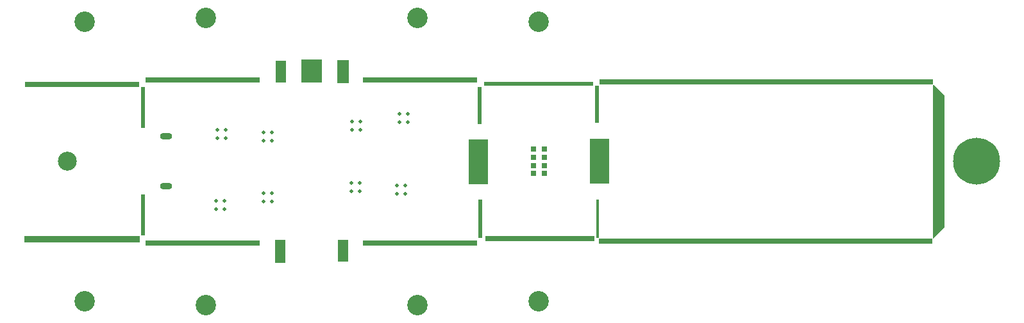
<source format=gbs>
%FSTAX25Y25*%
%MOIN*%
%SFA1B1*%

%IPPOS*%
%ADD43R,1.732178X0.030697*%
%ADD44R,0.100000X0.237586*%
%ADD45R,0.021008X0.201004*%
%ADD46R,0.019902X0.196118*%
%ADD48R,0.018531X0.196118*%
%ADD49R,0.016976X0.201004*%
%ADD50R,0.569708X0.031283*%
%ADD51R,0.567822X0.023850*%
%ADD52R,0.592979X0.031378*%
%ADD53R,0.601306X0.037791*%
%ADD54R,0.597554X0.027272*%
%ADD55R,0.597554X0.028732*%
%ADD56R,0.597554X0.027567*%
%ADD57R,0.597554X0.029276*%
%ADD58R,0.019858X0.212523*%
%ADD59R,0.022839X0.215515*%
%ADD81C,0.098425*%
%ADD82C,0.244094*%
%ADD83C,0.106299*%
%ADD84O,0.062992X0.035433*%
%ADD85C,0.019685*%
%ADD99R,0.027559X0.028543*%
%ADD100R,0.054504X0.124122*%
%ADD101R,0.059350X0.120153*%
%ADD102R,0.057968X0.117031*%
%ADD103R,0.054504X0.116421*%
%ADD104R,0.107547X0.118909*%
%LNpcb1-1*%
%LPD*%
G36*
X087637Y0612102D02*
Y0543482D01*
X0876417Y0543435*
X0870667Y0537685*
X0870167Y0537892*
Y0617651*
X0870629Y0617842*
X087637Y0612102*
G37*
G54D43*
X0783558Y0619287D03*
X0783411Y053622D03*
G54D44*
X0697Y0577901D03*
X0634Y0577605D03*
G54D45*
X0634949Y0547803D03*
G54D46*
X0634785Y060704D03*
G54D48*
X0695726Y0607456D03*
G54D49*
X069589Y0547805D03*
G54D50*
X0665865Y0537564D03*
G54D51*
X0665329Y0618307D03*
G54D52*
X0427851Y0618068D03*
G54D53*
X0428065Y0537213D03*
G54D54*
X0490654Y0620221D03*
G54D55*
X0603622Y0620318D03*
G54D56*
X0603622Y0535318D03*
G54D57*
X0490654Y0535163D03*
G54D58*
X0459635Y0549826D03*
G54D59*
X0459576Y0605782D03*
G54D81*
X0420455Y0578035D03*
G54D82*
X0892905Y0578034D03*
G54D83*
X0492214Y0502895D03*
X0602451Y050295D03*
Y065257D03*
X0492214D03*
X0665443Y0650588D03*
X0429222Y0504918D03*
Y0650588D03*
X0665443Y0504918D03*
G54D84*
X0471685Y0590745D03*
Y0564761D03*
G54D85*
X049755Y0552918D03*
Y0557249D03*
X0501881Y0552918D03*
Y0557249D03*
X0568072Y0566519D03*
X0572403D03*
X0568072Y0562188D03*
X0572403D03*
X0595986Y056524D03*
Y0560909D03*
X0591655Y056524D03*
Y0560909D03*
X0597191Y0602472D03*
Y0598141D03*
X059286Y0602472D03*
Y0598141D03*
X0502803Y0594309D03*
Y0589978D03*
X0498472Y0594309D03*
Y0589978D03*
X0572487Y059419D03*
X0568156D03*
X0572487Y0598521D03*
X0568156D03*
X0522178Y0561275D03*
X0526509D03*
X0522178Y0556945D03*
X0526509D03*
Y0588699D03*
X0522178D03*
X0526509Y0593029D03*
X0522178D03*
G54D99*
X0668199Y0584102D03*
X0662687D03*
Y057987D03*
Y0575637D03*
Y0571405D03*
X0668199D03*
Y0575637D03*
Y057987D03*
G54D100*
X0530874Y0531044D03*
G54D101*
X0563721Y0624507D03*
G54D102*
X0531185Y0624713D03*
G54D103*
X0563657Y053108D03*
G54D104*
X054733Y0625042D03*
M02*
</source>
